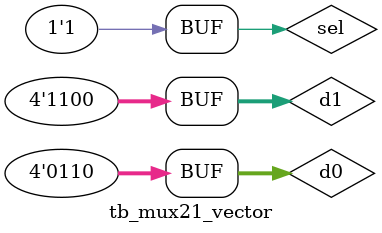
<source format=v>
`timescale 1ns/1ps

module tb_mux21_vector();

reg [3:0] d0, d1;
reg sel;
wire [3:0] out;

mux21_vector U0(.d0(d0), .d1(d1), .sel(sel), .out(out));

initial begin
	#10 d0 = 4'b1001; d1 = 4'b0110; sel = 1'b0;
	#10 d0 = 4'b1001; d1 = 4'b0000; sel = 1'b1;
	#10 d0 = 4'b0110; d1 = 4'b1100; sel = 1'b1;
end
endmodule

</source>
